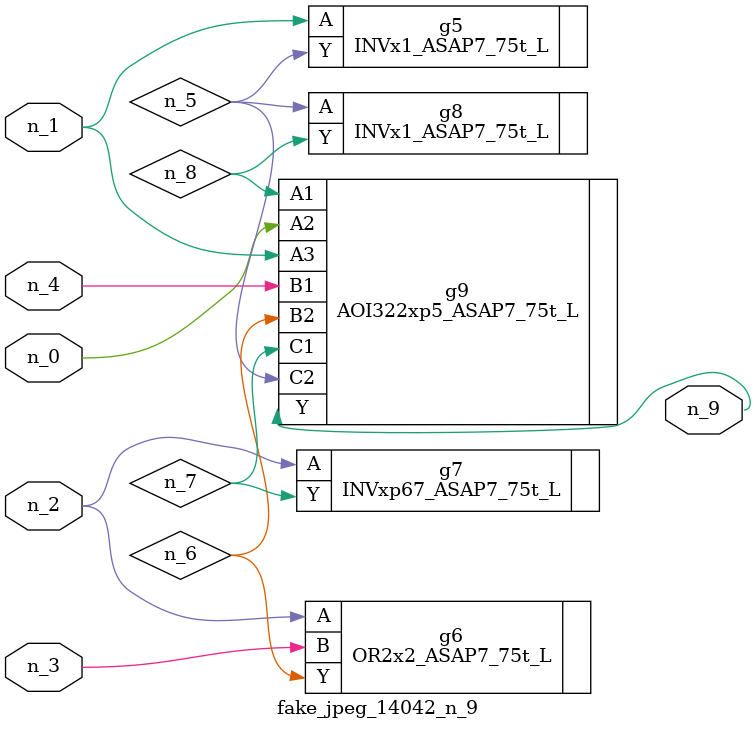
<source format=v>
module fake_jpeg_14042_n_9 (n_3, n_2, n_1, n_0, n_4, n_9);

input n_3;
input n_2;
input n_1;
input n_0;
input n_4;

output n_9;

wire n_8;
wire n_6;
wire n_5;
wire n_7;

INVx1_ASAP7_75t_L g5 ( 
.A(n_1),
.Y(n_5)
);

OR2x2_ASAP7_75t_L g6 ( 
.A(n_2),
.B(n_3),
.Y(n_6)
);

INVxp67_ASAP7_75t_L g7 ( 
.A(n_2),
.Y(n_7)
);

INVx1_ASAP7_75t_L g8 ( 
.A(n_5),
.Y(n_8)
);

AOI322xp5_ASAP7_75t_L g9 ( 
.A1(n_8),
.A2(n_0),
.A3(n_1),
.B1(n_4),
.B2(n_6),
.C1(n_7),
.C2(n_5),
.Y(n_9)
);


endmodule
</source>
